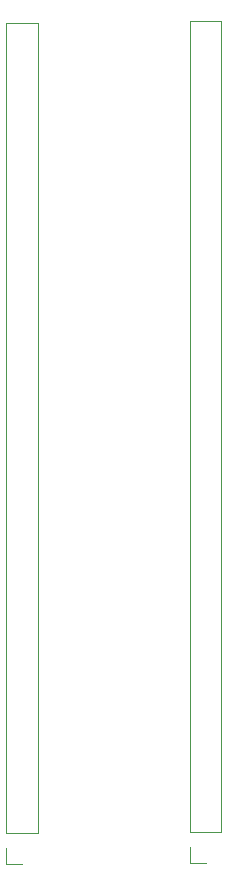
<source format=gbr>
%TF.GenerationSoftware,KiCad,Pcbnew,(5.0.1)-4*%
%TF.CreationDate,2019-03-02T18:56:36-06:00*%
%TF.ProjectId,uC and Xbee,754320616E6420586265652E6B696361,rev?*%
%TF.SameCoordinates,Original*%
%TF.FileFunction,Legend,Bot*%
%TF.FilePolarity,Positive*%
%FSLAX46Y46*%
G04 Gerber Fmt 4.6, Leading zero omitted, Abs format (unit mm)*
G04 Created by KiCad (PCBNEW (5.0.1)-4) date 2019-03-02 6:56:36 PM*
%MOMM*%
%LPD*%
G01*
G04 APERTURE LIST*
%ADD10C,0.120000*%
G04 APERTURE END LIST*
D10*
%TO.C,J5*%
X148170000Y-128410000D02*
X149500000Y-128410000D01*
X148170000Y-127080000D02*
X148170000Y-128410000D01*
X148170000Y-125810000D02*
X150830000Y-125810000D01*
X150830000Y-125810000D02*
X150830000Y-57170000D01*
X148170000Y-125810000D02*
X148170000Y-57170000D01*
X148170000Y-57170000D02*
X150830000Y-57170000D01*
%TO.C,J6*%
X163730000Y-57050000D02*
X166390000Y-57050000D01*
X163730000Y-125690000D02*
X163730000Y-57050000D01*
X166390000Y-125690000D02*
X166390000Y-57050000D01*
X163730000Y-125690000D02*
X166390000Y-125690000D01*
X163730000Y-126960000D02*
X163730000Y-128290000D01*
X163730000Y-128290000D02*
X165060000Y-128290000D01*
%TD*%
M02*

</source>
